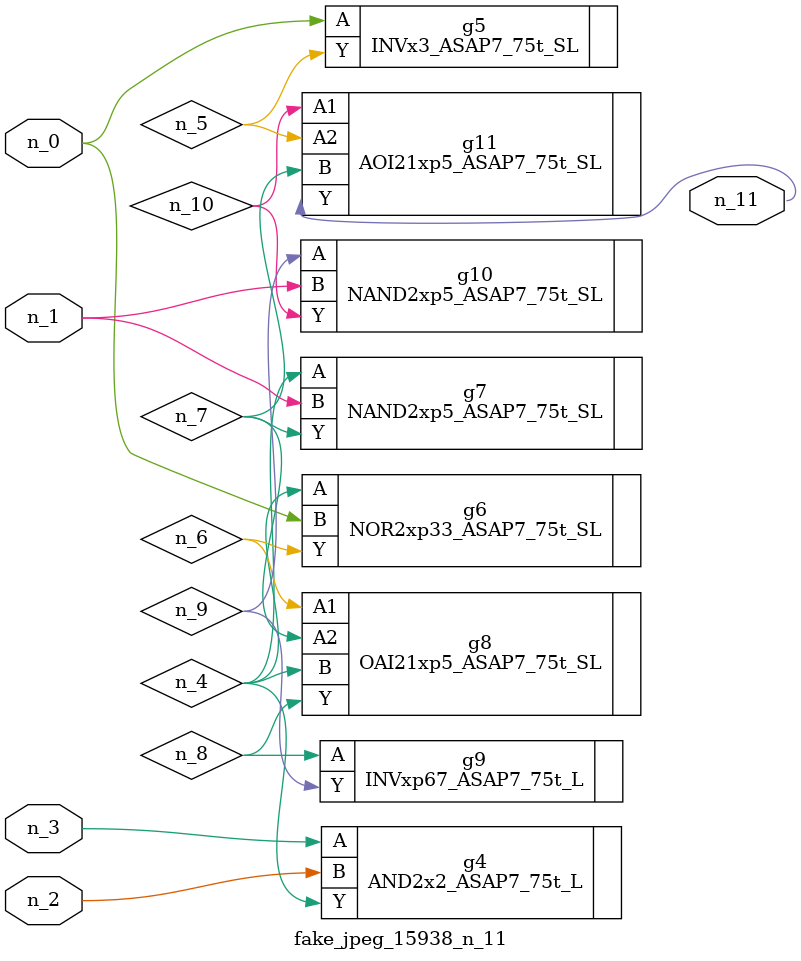
<source format=v>
module fake_jpeg_15938_n_11 (n_0, n_3, n_2, n_1, n_11);

input n_0;
input n_3;
input n_2;
input n_1;

output n_11;

wire n_10;
wire n_4;
wire n_8;
wire n_9;
wire n_6;
wire n_5;
wire n_7;

AND2x2_ASAP7_75t_L g4 ( 
.A(n_3),
.B(n_2),
.Y(n_4)
);

INVx3_ASAP7_75t_SL g5 ( 
.A(n_0),
.Y(n_5)
);

NOR2xp33_ASAP7_75t_SL g6 ( 
.A(n_4),
.B(n_0),
.Y(n_6)
);

OAI21xp5_ASAP7_75t_SL g8 ( 
.A1(n_6),
.A2(n_7),
.B(n_4),
.Y(n_8)
);

NAND2xp5_ASAP7_75t_SL g7 ( 
.A(n_4),
.B(n_1),
.Y(n_7)
);

INVxp67_ASAP7_75t_L g9 ( 
.A(n_8),
.Y(n_9)
);

NAND2xp5_ASAP7_75t_SL g10 ( 
.A(n_9),
.B(n_1),
.Y(n_10)
);

AOI21xp5_ASAP7_75t_SL g11 ( 
.A1(n_10),
.A2(n_5),
.B(n_7),
.Y(n_11)
);


endmodule
</source>
